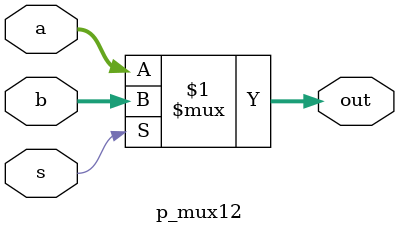
<source format=v>
module p_mux12(a,b,s,out);
		input [11:0]a, b;
		input s;
		output [11:0]out;
		
		assign out[11:0] = s ? b[11:0]: a[11:0];
endmodule
</source>
